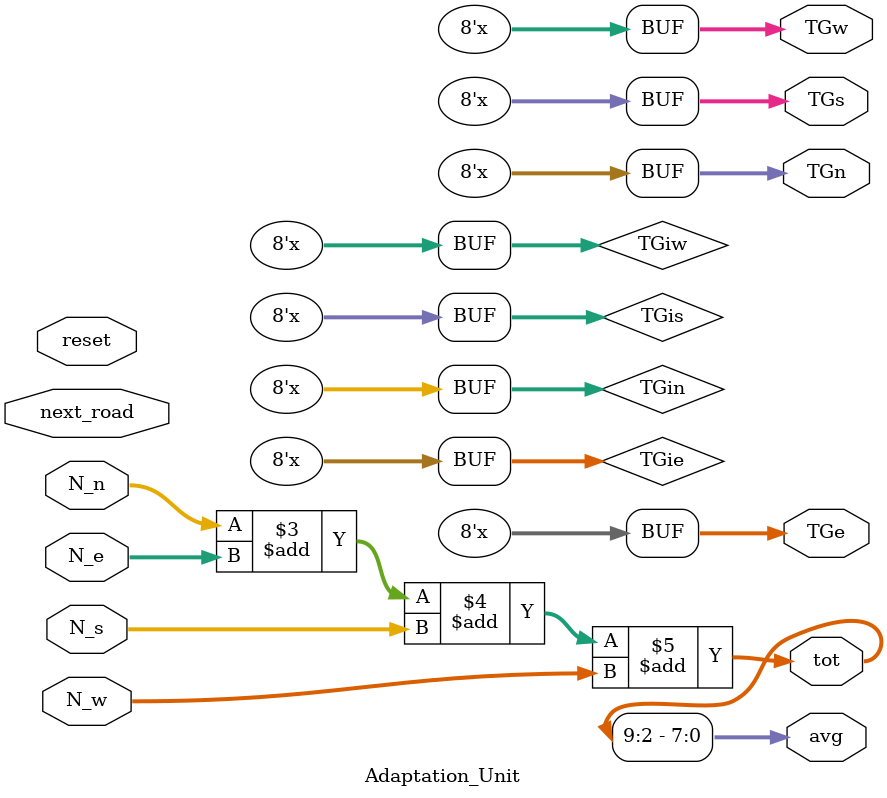
<source format=v>
`timescale 1ns / 1ps

module Adaptation_Unit(
    reset, next_road,
    N_n, N_e, N_s, N_w, 
    TGn, TGe, TGs, TGw,
    tot, avg 
    );
    
    input reset;
    input [1:0] next_road;
    input [7:0] N_n, N_e, N_s, N_w;
    
    output reg [7:0] TGn, TGe, TGs, TGw;
    
    reg [7:0] TGin, TGie, TGis, TGiw;
    output reg [9:0] tot;
    output reg [7:0] avg;
    parameter b = 1;

    
    always @(next_road or reset) begin
        //initialise when low
        if(!reset) begin
            TGin <= 40;
            TGie <= 40;
            TGis <= 40;
            TGiw <= 40;
            TGn <= TGin;
            TGe <= TGie;
            TGs <= TGis;
            TGw <= TGiw;
        end
        
        //Calculate sum of Ni
        tot = N_n + N_e + N_s + N_w;
        //Calculate average using right shift
        avg = tot >> 2;      
        
        //update TGx values according to next_road value
        case (next_road)
            0: begin 
                    TGn = TGin + b*(N_n - avg);
                    TGin = TGn;
               end         
            1: begin
                    TGe = TGie + b*(N_e - avg);
                    TGie = TGe;
               end       
            2: begin
                    TGs = TGis + b*(N_s - avg);
                    TGis = TGs;
               end
            3: begin
                    TGw = TGiw + b*(N_w - avg);
                    TGiw = TGw;
               end
        endcase

    end
endmodule

</source>
